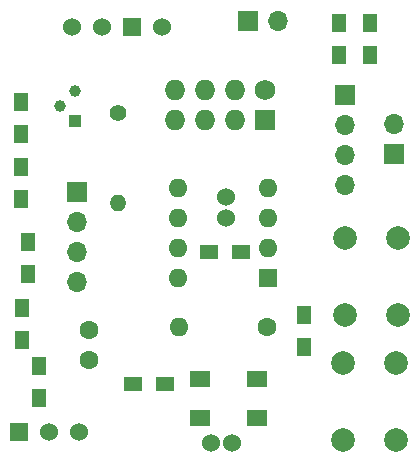
<source format=gbr>
G04 #@! TF.GenerationSoftware,KiCad,Pcbnew,5.0.0-fee4fd1~66~ubuntu16.04.1*
G04 #@! TF.CreationDate,2018-08-17T12:37:58+02:00*
G04 #@! TF.ProjectId,Garden_Guardian,47617264656E5F477561726469616E2E,rev?*
G04 #@! TF.SameCoordinates,Original*
G04 #@! TF.FileFunction,Soldermask,Top*
G04 #@! TF.FilePolarity,Negative*
%FSLAX46Y46*%
G04 Gerber Fmt 4.6, Leading zero omitted, Abs format (unit mm)*
G04 Created by KiCad (PCBNEW 5.0.0-fee4fd1~66~ubuntu16.04.1) date Fri Aug 17 12:37:58 2018*
%MOMM*%
%LPD*%
G01*
G04 APERTURE LIST*
%ADD10C,1.524000*%
%ADD11R,1.524000X1.524000*%
%ADD12O,1.600000X1.600000*%
%ADD13C,1.600000*%
%ADD14O,1.700000X1.700000*%
%ADD15R,1.700000X1.700000*%
%ADD16R,1.000000X1.000000*%
%ADD17C,1.000000*%
%ADD18C,2.000000*%
%ADD19C,1.727200*%
%ADD20R,1.727200X1.727200*%
%ADD21O,1.727200X1.727200*%
%ADD22R,1.600000X1.600000*%
%ADD23R,1.800000X1.400000*%
%ADD24C,1.400000*%
%ADD25O,1.400000X1.400000*%
%ADD26R,1.300000X1.500000*%
%ADD27R,1.500000X1.300000*%
G04 APERTURE END LIST*
D10*
G04 #@! TO.C,U103*
X150320000Y-75696000D03*
X152860000Y-75696000D03*
D11*
X155400000Y-75696000D03*
D10*
X157940000Y-75696000D03*
G04 #@! TD*
G04 #@! TO.C,U104*
X150882000Y-109975000D03*
X148342000Y-109975000D03*
D11*
X145802000Y-109975000D03*
G04 #@! TD*
D12*
G04 #@! TO.C,C101*
X159310000Y-101070000D03*
D13*
X166810000Y-101070000D03*
G04 #@! TD*
D14*
G04 #@! TO.C,J101*
X167750000Y-75210000D03*
D15*
X165210000Y-75210000D03*
G04 #@! TD*
G04 #@! TO.C,J102*
X173410000Y-81480000D03*
D14*
X173410000Y-84020000D03*
X173410000Y-86560000D03*
X173410000Y-89100000D03*
G04 #@! TD*
G04 #@! TO.C,J103*
X150680000Y-97250000D03*
X150680000Y-94710000D03*
X150680000Y-92170000D03*
D15*
X150680000Y-89630000D03*
G04 #@! TD*
D14*
G04 #@! TO.C,JP101*
X177540000Y-83860000D03*
D15*
X177540000Y-86400000D03*
G04 #@! TD*
D16*
G04 #@! TO.C,Q101*
X150580000Y-83610000D03*
D17*
X150580000Y-81070000D03*
X149310000Y-82340000D03*
G04 #@! TD*
D18*
G04 #@! TO.C,SW101*
X173230000Y-104160000D03*
X177730000Y-104160000D03*
X173230000Y-110660000D03*
X177730000Y-110660000D03*
G04 #@! TD*
G04 #@! TO.C,SW102*
X177920000Y-100050000D03*
X173420000Y-100050000D03*
X177920000Y-93550000D03*
X173420000Y-93550000D03*
G04 #@! TD*
D19*
G04 #@! TO.C,U101*
X166630000Y-81010000D03*
D20*
X166630000Y-83550000D03*
D21*
X164090000Y-81010000D03*
X164090000Y-83550000D03*
X161550000Y-81010000D03*
X161550000Y-83550000D03*
X159010000Y-81010000D03*
X159010000Y-83550000D03*
G04 #@! TD*
D12*
G04 #@! TO.C,U102*
X159300000Y-96970000D03*
X166920000Y-89350000D03*
X159300000Y-94430000D03*
X166920000Y-91890000D03*
X159300000Y-91890000D03*
X166920000Y-94430000D03*
X159300000Y-89350000D03*
D22*
X166920000Y-96970000D03*
G04 #@! TD*
D23*
G04 #@! TO.C,U105*
X165920000Y-108760000D03*
X165920000Y-105460000D03*
X161120000Y-105460000D03*
X161120000Y-108760000D03*
G04 #@! TD*
D24*
G04 #@! TO.C,R109*
X154180000Y-83000000D03*
D25*
X154180000Y-90620000D03*
G04 #@! TD*
D26*
G04 #@! TO.C,D101*
X146050000Y-99510000D03*
X146050000Y-102210000D03*
G04 #@! TD*
G04 #@! TO.C,D102*
X146010000Y-87520000D03*
X146010000Y-90220000D03*
G04 #@! TD*
G04 #@! TO.C,R101*
X172880000Y-75330000D03*
X172880000Y-78030000D03*
G04 #@! TD*
D13*
G04 #@! TO.C,R102*
X151730000Y-103850000D03*
X151730000Y-101310000D03*
G04 #@! TD*
D26*
G04 #@! TO.C,R103*
X147490000Y-107110000D03*
X147490000Y-104410000D03*
G04 #@! TD*
G04 #@! TO.C,R104*
X175510000Y-78070000D03*
X175510000Y-75370000D03*
G04 #@! TD*
G04 #@! TO.C,R105*
X146570000Y-96620000D03*
X146570000Y-93920000D03*
G04 #@! TD*
G04 #@! TO.C,R106*
X145990000Y-82050000D03*
X145990000Y-84750000D03*
G04 #@! TD*
G04 #@! TO.C,R107*
X169970000Y-100070000D03*
X169970000Y-102770000D03*
G04 #@! TD*
D27*
G04 #@! TO.C,R108*
X158190000Y-105910000D03*
X155490000Y-105910000D03*
G04 #@! TD*
D10*
G04 #@! TO.C,U106*
X163799000Y-110908000D03*
X162021000Y-110908000D03*
G04 #@! TD*
D27*
G04 #@! TO.C,R110*
X161870000Y-94770000D03*
X164570000Y-94770000D03*
G04 #@! TD*
D10*
G04 #@! TO.C,U107*
X163322000Y-91819000D03*
X163322000Y-90041000D03*
G04 #@! TD*
M02*

</source>
